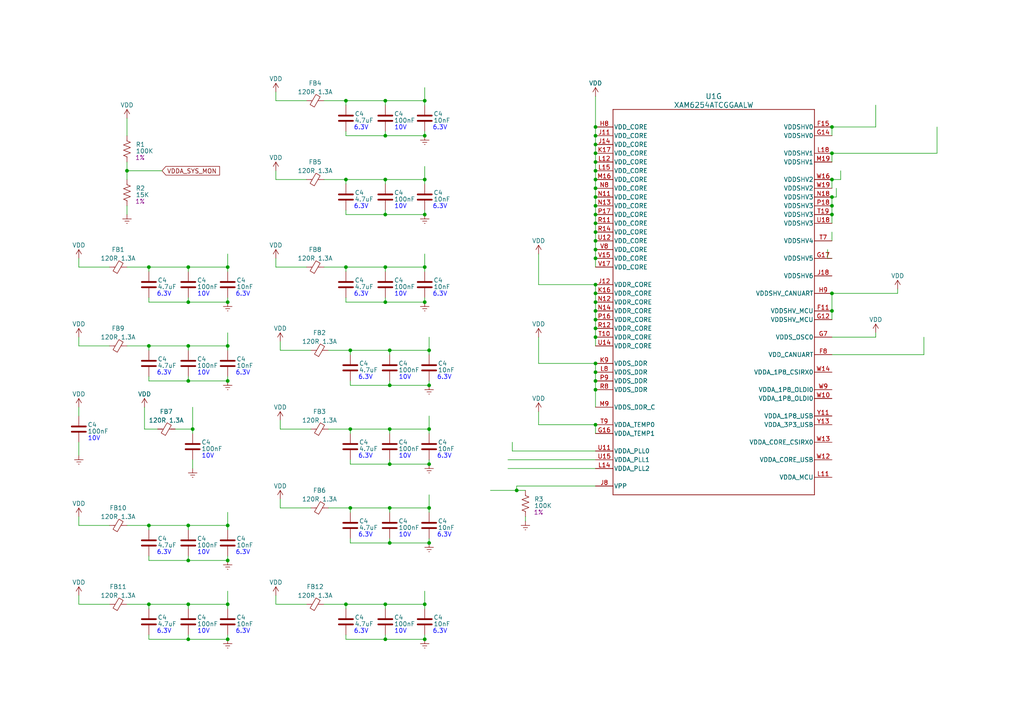
<source format=kicad_sch>
(kicad_sch (version 20230121) (generator eeschema)
  (paper "A4")
  (title_block (title "TI Ember AM62 SiP Concept") (date "2023-06-09") (rev "Rev 0") (company "Andrei Aldea - Texas Instruments"))
  (junction (at 172.72 87.63))
  (junction (at 172.72 97.79))
  (junction (at 172.72 44.45))
  (junction (at 172.72 110.49))
  (junction (at 172.72 46.99))
  (junction (at 172.72 41.91))
  (junction (at 54.61 87.63))
  (junction (at 124.46 147.32))
  (junction (at 172.72 123.19))
  (junction (at 54.61 110.49))
  (junction (at 172.72 105.41))
  (junction (at 111.76 87.63))
  (junction (at 123.19 175.26))
  (junction (at 241.3 59.69))
  (junction (at 100.33 175.26))
  (junction (at 172.72 113.03))
  (junction (at 66.04 77.47))
  (junction (at 172.72 90.17))
  (junction (at 54.61 77.47))
  (junction (at 241.3 90.17))
  (junction (at 124.46 111.76))
  (junction (at 123.19 87.63))
  (junction (at 111.76 175.26))
  (junction (at 172.72 85.09))
  (junction (at 123.19 62.23))
  (junction (at 66.04 162.56))
  (junction (at 43.18 175.26))
  (junction (at 241.3 57.15))
  (junction (at 36.83 49.53))
  (junction (at 124.46 157.48))
  (junction (at 124.46 124.46))
  (junction (at 241.3 36.83))
  (junction (at 66.04 175.26))
  (junction (at 241.3 85.09))
  (junction (at 172.72 36.83))
  (junction (at 172.72 59.69))
  (junction (at 241.3 62.23))
  (junction (at 111.76 62.23))
  (junction (at 172.72 92.71))
  (junction (at 149.86 142.24))
  (junction (at 66.04 87.63))
  (junction (at 54.61 175.26))
  (junction (at 172.72 39.37))
  (junction (at 241.3 52.07))
  (junction (at 172.72 54.61))
  (junction (at 172.72 82.55))
  (junction (at 123.19 29.21))
  (junction (at 111.76 52.07))
  (junction (at 54.61 162.56))
  (junction (at 43.18 152.4))
  (junction (at 111.76 29.21))
  (junction (at 101.6 101.6))
  (junction (at 113.03 157.48))
  (junction (at 123.19 39.37))
  (junction (at 241.3 44.45))
  (junction (at 55.88 124.46))
  (junction (at 172.72 107.95))
  (junction (at 43.18 77.47))
  (junction (at 172.72 72.39))
  (junction (at 54.61 152.4))
  (junction (at 172.72 64.77))
  (junction (at 101.6 147.32))
  (junction (at 123.19 52.07))
  (junction (at 43.18 100.33))
  (junction (at 113.03 147.32))
  (junction (at 172.72 62.23))
  (junction (at 113.03 101.6))
  (junction (at 172.72 69.85))
  (junction (at 172.72 57.15))
  (junction (at 111.76 185.42))
  (junction (at 172.72 74.93))
  (junction (at 100.33 77.47))
  (junction (at 100.33 29.21))
  (junction (at 113.03 124.46))
  (junction (at 124.46 101.6))
  (junction (at 172.72 95.25))
  (junction (at 124.46 134.62))
  (junction (at 54.61 100.33))
  (junction (at 101.6 124.46))
  (junction (at 172.72 52.07))
  (junction (at 66.04 110.49))
  (junction (at 66.04 100.33))
  (junction (at 172.72 67.31))
  (junction (at 123.19 185.42))
  (junction (at 66.04 152.4))
  (junction (at 54.61 185.42))
  (junction (at 66.04 185.42))
  (junction (at 111.76 77.47))
  (junction (at 113.03 111.76))
  (junction (at 123.19 77.47))
  (junction (at 113.03 134.62))
  (junction (at 100.33 52.07))
  (junction (at 111.76 39.37))
  (junction (at 172.72 49.53))
  (wire (pts (xy 149.86 142.24) (xy 149.86 140.97)))
  (wire (pts (xy 101.6 157.48) (xy 113.03 157.48)))
  (wire (pts (xy 172.72 123.19) (xy 172.72 125.73)))
  (wire (pts (xy 240.03 74.93) (xy 241.3 74.93)))
  (wire (pts (xy 36.83 175.26) (xy 43.18 175.26)))
  (wire (pts (xy 152.4 151.13) (xy 152.4 149.86)))
  (wire (pts (xy 41.91 118.11) (xy 41.91 124.46)))
  (wire (pts (xy 241.3 67.31) (xy 241.3 69.85)))
  (wire (pts (xy 54.61 77.47) (xy 54.61 78.74)))
  (wire (pts (xy 81.28 121.92) (xy 81.28 124.46)))
  (wire (pts (xy 241.3 57.15) (xy 241.3 59.69)))
  (wire (pts (xy 111.76 175.26) (xy 111.76 176.53)))
  (wire (pts (xy 54.61 152.4) (xy 66.04 152.4)))
  (wire (pts (xy 123.19 77.47) (xy 123.19 78.74)))
  (wire (pts (xy 242.57 54.61) (xy 242.57 57.15)))
  (wire (pts (xy 66.04 184.15) (xy 66.04 185.42)))
  (wire (pts (xy 123.19 38.1) (xy 123.19 39.37)))
  (wire (pts (xy 241.3 44.45) (xy 271.78 44.45)))
  (wire (pts (xy 124.46 124.46) (xy 124.46 125.73)))
  (wire (pts (xy 100.33 52.07) (xy 100.33 53.34)))
  (wire (pts (xy 111.76 185.42) (xy 123.19 185.42)))
  (wire (pts (xy 241.3 90.17) (xy 241.3 92.71)))
  (wire (pts (xy 149.86 142.24) (xy 152.4 142.24)))
  (wire (pts (xy 123.19 171.45) (xy 123.19 175.26)))
  (wire (pts (xy 66.04 73.66) (xy 66.04 77.47)))
  (wire (pts (xy 66.04 86.36) (xy 66.04 87.63)))
  (wire (pts (xy 123.19 175.26) (xy 123.19 176.53)))
  (wire (pts (xy 172.72 113.03) (xy 172.72 118.11)))
  (wire (pts (xy 172.72 62.23) (xy 172.72 64.77)))
  (wire (pts (xy 31.75 77.47) (xy 22.86 77.47)))
  (wire (pts (xy 240.03 72.39) (xy 240.03 74.93)))
  (wire (pts (xy 54.61 175.26) (xy 66.04 175.26)))
  (wire (pts (xy 172.72 87.63) (xy 172.72 90.17)))
  (wire (pts (xy 172.72 85.09) (xy 172.72 87.63)))
  (wire (pts (xy 80.01 74.93) (xy 80.01 77.47)))
  (wire (pts (xy 113.03 147.32) (xy 113.03 148.59)))
  (wire (pts (xy 172.72 44.45) (xy 172.72 46.99)))
  (wire (pts (xy 54.61 100.33) (xy 66.04 100.33)))
  (wire (pts (xy 101.6 124.46) (xy 101.6 125.73)))
  (wire (pts (xy 22.86 149.86) (xy 22.86 152.4)))
  (wire (pts (xy 111.76 77.47) (xy 111.76 78.74)))
  (wire (pts (xy 54.61 184.15) (xy 54.61 185.42)))
  (wire (pts (xy 54.61 100.33) (xy 54.61 101.6)))
  (wire (pts (xy 113.03 110.49) (xy 113.03 111.76)))
  (wire (pts (xy 113.03 133.35) (xy 113.03 134.62)))
  (wire (pts (xy 100.33 86.36) (xy 100.33 87.63)))
  (wire (pts (xy 54.61 185.42) (xy 66.04 185.42)))
  (wire (pts (xy 172.72 41.91) (xy 172.72 44.45)))
  (wire (pts (xy 101.6 133.35) (xy 101.6 134.62)))
  (wire (pts (xy 22.86 172.72) (xy 22.86 175.26)))
  (wire (pts (xy 100.33 87.63) (xy 111.76 87.63)))
  (wire (pts (xy 156.21 73.66) (xy 156.21 82.55)))
  (wire (pts (xy 172.72 90.17) (xy 172.72 92.71)))
  (wire (pts (xy 22.86 97.79) (xy 22.86 100.33)))
  (wire (pts (xy 113.03 147.32) (xy 124.46 147.32)))
  (wire (pts (xy 113.03 156.21) (xy 113.03 157.48)))
  (wire (pts (xy 43.18 161.29) (xy 43.18 162.56)))
  (wire (pts (xy 54.61 110.49) (xy 66.04 110.49)))
  (wire (pts (xy 66.04 96.52) (xy 66.04 100.33)))
  (wire (pts (xy 254 96.52) (xy 254 97.79)))
  (wire (pts (xy 113.03 134.62) (xy 124.46 134.62)))
  (wire (pts (xy 66.04 148.59) (xy 66.04 152.4)))
  (wire (pts (xy 241.3 52.07) (xy 241.3 54.61)))
  (wire (pts (xy 54.61 152.4) (xy 54.61 153.67)))
  (wire (pts (xy 172.72 123.19) (xy 156.21 123.19)))
  (wire (pts (xy 54.61 87.63) (xy 66.04 87.63)))
  (wire (pts (xy 111.76 39.37) (xy 123.19 39.37)))
  (wire (pts (xy 88.9 52.07) (xy 80.01 52.07)))
  (wire (pts (xy 81.28 99.06) (xy 81.28 101.6)))
  (wire (pts (xy 55.88 118.11) (xy 55.88 124.46)))
  (wire (pts (xy 31.75 152.4) (xy 22.86 152.4)))
  (wire (pts (xy 254 30.48) (xy 254 36.83)))
  (wire (pts (xy 31.75 100.33) (xy 22.86 100.33)))
  (wire (pts (xy 172.72 130.81) (xy 148.59 130.81)))
  (wire (pts (xy 113.03 111.76) (xy 124.46 111.76)))
  (wire (pts (xy 124.46 156.21) (xy 124.46 157.48)))
  (wire (pts (xy 241.3 85.09) (xy 260.35 85.09)))
  (wire (pts (xy 36.83 62.23) (xy 36.83 59.69)))
  (wire (pts (xy 100.33 77.47) (xy 111.76 77.47)))
  (wire (pts (xy 43.18 110.49) (xy 54.61 110.49)))
  (wire (pts (xy 93.98 29.21) (xy 100.33 29.21)))
  (wire (pts (xy 43.18 77.47) (xy 54.61 77.47)))
  (wire (pts (xy 241.3 36.83) (xy 241.3 39.37)))
  (wire (pts (xy 101.6 147.32) (xy 101.6 148.59)))
  (wire (pts (xy 124.46 110.49) (xy 124.46 111.76)))
  (wire (pts (xy 111.76 77.47) (xy 123.19 77.47)))
  (wire (pts (xy 124.46 143.51) (xy 124.46 147.32)))
  (wire (pts (xy 172.72 82.55) (xy 156.21 82.55)))
  (wire (pts (xy 241.3 85.09) (xy 241.3 90.17)))
  (wire (pts (xy 66.04 109.22) (xy 66.04 110.49)))
  (wire (pts (xy 36.83 46.99) (xy 36.83 49.53)))
  (wire (pts (xy 172.72 59.69) (xy 172.72 62.23)))
  (wire (pts (xy 100.33 29.21) (xy 100.33 30.48)))
  (wire (pts (xy 172.72 69.85) (xy 172.72 72.39)))
  (wire (pts (xy 36.83 77.47) (xy 43.18 77.47)))
  (wire (pts (xy 172.72 46.99) (xy 172.72 49.53)))
  (wire (pts (xy 172.72 39.37) (xy 172.72 41.91)))
  (wire (pts (xy 45.72 124.46) (xy 41.91 124.46)))
  (wire (pts (xy 100.33 185.42) (xy 111.76 185.42)))
  (wire (pts (xy 36.83 49.53) (xy 46.99 49.53)))
  (wire (pts (xy 100.33 184.15) (xy 100.33 185.42)))
  (wire (pts (xy 36.83 100.33) (xy 43.18 100.33)))
  (wire (pts (xy 111.76 87.63) (xy 123.19 87.63)))
  (wire (pts (xy 101.6 111.76) (xy 113.03 111.76)))
  (wire (pts (xy 43.18 175.26) (xy 43.18 176.53)))
  (wire (pts (xy 123.19 29.21) (xy 123.19 30.48)))
  (wire (pts (xy 124.46 97.79) (xy 124.46 101.6)))
  (wire (pts (xy 124.46 147.32) (xy 124.46 148.59)))
  (wire (pts (xy 111.76 29.21) (xy 111.76 30.48)))
  (wire (pts (xy 66.04 171.45) (xy 66.04 175.26)))
  (wire (pts (xy 172.72 54.61) (xy 172.72 57.15)))
  (wire (pts (xy 66.04 77.47) (xy 66.04 78.74)))
  (wire (pts (xy 124.46 133.35) (xy 124.46 134.62)))
  (wire (pts (xy 243.84 52.07) (xy 241.3 52.07)))
  (wire (pts (xy 111.76 52.07) (xy 123.19 52.07)))
  (wire (pts (xy 113.03 157.48) (xy 124.46 157.48)))
  (wire (pts (xy 80.01 26.67) (xy 80.01 29.21)))
  (wire (pts (xy 123.19 73.66) (xy 123.19 77.47)))
  (wire (pts (xy 22.86 74.93) (xy 22.86 77.47)))
  (wire (pts (xy 147.32 133.35) (xy 172.72 133.35)))
  (wire (pts (xy 66.04 175.26) (xy 66.04 176.53)))
  (wire (pts (xy 54.61 86.36) (xy 54.61 87.63)))
  (wire (pts (xy 241.3 36.83) (xy 254 36.83)))
  (wire (pts (xy 111.76 38.1) (xy 111.76 39.37)))
  (wire (pts (xy 123.19 60.96) (xy 123.19 62.23)))
  (wire (pts (xy 43.18 100.33) (xy 43.18 101.6)))
  (wire (pts (xy 93.98 52.07) (xy 100.33 52.07)))
  (wire (pts (xy 22.86 118.11) (xy 22.86 120.65)))
  (wire (pts (xy 81.28 144.78) (xy 81.28 147.32)))
  (wire (pts (xy 172.72 27.94) (xy 172.72 36.83)))
  (wire (pts (xy 149.86 140.97) (xy 172.72 140.97)))
  (wire (pts (xy 113.03 101.6) (xy 124.46 101.6)))
  (wire (pts (xy 54.61 109.22) (xy 54.61 110.49)))
  (wire (pts (xy 172.72 67.31) (xy 172.72 69.85)))
  (wire (pts (xy 54.61 77.47) (xy 66.04 77.47)))
  (wire (pts (xy 142.24 142.24) (xy 149.86 142.24)))
  (wire (pts (xy 50.8 124.46) (xy 55.88 124.46)))
  (wire (pts (xy 123.19 48.26) (xy 123.19 52.07)))
  (wire (pts (xy 113.03 101.6) (xy 113.03 102.87)))
  (wire (pts (xy 124.46 101.6) (xy 124.46 102.87)))
  (wire (pts (xy 260.35 83.82) (xy 260.35 85.09)))
  (wire (pts (xy 111.76 175.26) (xy 123.19 175.26)))
  (wire (pts (xy 43.18 77.47) (xy 43.18 78.74)))
  (wire (pts (xy 172.72 52.07) (xy 172.72 54.61)))
  (wire (pts (xy 43.18 162.56) (xy 54.61 162.56)))
  (wire (pts (xy 111.76 60.96) (xy 111.76 62.23)))
  (wire (pts (xy 101.6 124.46) (xy 113.03 124.46)))
  (wire (pts (xy 43.18 185.42) (xy 54.61 185.42)))
  (wire (pts (xy 111.76 184.15) (xy 111.76 185.42)))
  (wire (pts (xy 43.18 86.36) (xy 43.18 87.63)))
  (wire (pts (xy 123.19 86.36) (xy 123.19 87.63)))
  (wire (pts (xy 172.72 105.41) (xy 172.72 107.95)))
  (wire (pts (xy 172.72 49.53) (xy 172.72 52.07)))
  (wire (pts (xy 100.33 77.47) (xy 100.33 78.74)))
  (wire (pts (xy 43.18 100.33) (xy 54.61 100.33)))
  (wire (pts (xy 172.72 95.25) (xy 172.72 97.79)))
  (wire (pts (xy 54.61 161.29) (xy 54.61 162.56)))
  (wire (pts (xy 123.19 52.07) (xy 123.19 53.34)))
  (wire (pts (xy 172.72 74.93) (xy 172.72 77.47)))
  (wire (pts (xy 172.72 64.77) (xy 172.72 67.31)))
  (wire (pts (xy 242.57 57.15) (xy 241.3 57.15)))
  (wire (pts (xy 90.17 124.46) (xy 81.28 124.46)))
  (wire (pts (xy 88.9 77.47) (xy 80.01 77.47)))
  (wire (pts (xy 95.25 147.32) (xy 101.6 147.32)))
  (wire (pts (xy 66.04 161.29) (xy 66.04 162.56)))
  (wire (pts (xy 101.6 134.62) (xy 113.03 134.62)))
  (wire (pts (xy 100.33 62.23) (xy 111.76 62.23)))
  (wire (pts (xy 101.6 101.6) (xy 101.6 102.87)))
  (wire (pts (xy 88.9 29.21) (xy 80.01 29.21)))
  (wire (pts (xy 43.18 109.22) (xy 43.18 110.49)))
  (wire (pts (xy 90.17 147.32) (xy 81.28 147.32)))
  (wire (pts (xy 111.76 52.07) (xy 111.76 53.34)))
  (wire (pts (xy 113.03 124.46) (xy 113.03 125.73)))
  (wire (pts (xy 88.9 175.26) (xy 80.01 175.26)))
  (wire (pts (xy 101.6 110.49) (xy 101.6 111.76)))
  (wire (pts (xy 111.76 29.21) (xy 123.19 29.21)))
  (wire (pts (xy 36.83 34.29) (xy 36.83 39.37)))
  (wire (pts (xy 241.3 44.45) (xy 241.3 46.99)))
  (wire (pts (xy 156.21 119.38) (xy 156.21 123.19)))
  (wire (pts (xy 241.3 102.87) (xy 267.97 102.87)))
  (wire (pts (xy 101.6 147.32) (xy 113.03 147.32)))
  (wire (pts (xy 22.86 128.27) (xy 22.86 132.08)))
  (wire (pts (xy 111.76 62.23) (xy 123.19 62.23)))
  (wire (pts (xy 66.04 100.33) (xy 66.04 101.6)))
  (wire (pts (xy 90.17 101.6) (xy 81.28 101.6)))
  (wire (pts (xy 172.72 110.49) (xy 172.72 113.03)))
  (wire (pts (xy 36.83 49.53) (xy 36.83 52.07)))
  (wire (pts (xy 101.6 156.21) (xy 101.6 157.48)))
  (wire (pts (xy 172.72 82.55) (xy 172.72 85.09)))
  (wire (pts (xy 241.3 97.79) (xy 254 97.79)))
  (wire (pts (xy 93.98 77.47) (xy 100.33 77.47)))
  (wire (pts (xy 31.75 175.26) (xy 22.86 175.26)))
  (wire (pts (xy 241.3 62.23) (xy 241.3 64.77)))
  (wire (pts (xy 271.78 36.83) (xy 271.78 44.45)))
  (wire (pts (xy 147.32 135.89) (xy 172.72 135.89)))
  (wire (pts (xy 43.18 175.26) (xy 54.61 175.26)))
  (wire (pts (xy 241.3 59.69) (xy 241.3 62.23)))
  (wire (pts (xy 95.25 101.6) (xy 101.6 101.6)))
  (wire (pts (xy 100.33 52.07) (xy 111.76 52.07)))
  (wire (pts (xy 172.72 105.41) (xy 156.21 105.41)))
  (wire (pts (xy 172.72 107.95) (xy 172.72 110.49)))
  (wire (pts (xy 124.46 120.65) (xy 124.46 124.46)))
  (wire (pts (xy 243.84 49.53) (xy 243.84 52.07)))
  (wire (pts (xy 123.19 184.15) (xy 123.19 185.42)))
  (wire (pts (xy 100.33 39.37) (xy 111.76 39.37)))
  (wire (pts (xy 111.76 86.36) (xy 111.76 87.63)))
  (wire (pts (xy 100.33 175.26) (xy 111.76 175.26)))
  (wire (pts (xy 172.72 36.83) (xy 172.72 39.37)))
  (wire (pts (xy 113.03 124.46) (xy 124.46 124.46)))
  (wire (pts (xy 36.83 152.4) (xy 43.18 152.4)))
  (wire (pts (xy 101.6 101.6) (xy 113.03 101.6)))
  (wire (pts (xy 100.33 38.1) (xy 100.33 39.37)))
  (wire (pts (xy 172.72 57.15) (xy 172.72 59.69)))
  (wire (pts (xy 95.25 124.46) (xy 101.6 124.46)))
  (wire (pts (xy 54.61 175.26) (xy 54.61 176.53)))
  (wire (pts (xy 66.04 152.4) (xy 66.04 153.67)))
  (wire (pts (xy 43.18 184.15) (xy 43.18 185.42)))
  (wire (pts (xy 93.98 175.26) (xy 100.33 175.26)))
  (wire (pts (xy 172.72 97.79) (xy 172.72 100.33)))
  (wire (pts (xy 172.72 72.39) (xy 172.72 74.93)))
  (wire (pts (xy 80.01 172.72) (xy 80.01 175.26)))
  (wire (pts (xy 156.21 97.79) (xy 156.21 105.41)))
  (wire (pts (xy 100.33 175.26) (xy 100.33 176.53)))
  (wire (pts (xy 148.59 128.27) (xy 148.59 130.81)))
  (wire (pts (xy 43.18 87.63) (xy 54.61 87.63)))
  (wire (pts (xy 100.33 29.21) (xy 111.76 29.21)))
  (wire (pts (xy 80.01 49.53) (xy 80.01 52.07)))
  (wire (pts (xy 43.18 152.4) (xy 43.18 153.67)))
  (wire (pts (xy 172.72 92.71) (xy 172.72 95.25)))
  (wire (pts (xy 123.19 25.4) (xy 123.19 29.21)))
  (wire (pts (xy 54.61 162.56) (xy 66.04 162.56)))
  (wire (pts (xy 43.18 152.4) (xy 54.61 152.4)))
  (wire (pts (xy 55.88 124.46) (xy 55.88 125.73)))
  (wire (pts (xy 100.33 60.96) (xy 100.33 62.23)))
  (wire (pts (xy 55.88 133.35) (xy 55.88 135.89)))
  (wire (pts (xy 267.97 97.79) (xy 267.97 102.87)))
  (global_label "VDDA_SYS_MON" (shape input) (at 46.99 49.53 0) (property "Intersheetrefs" "${INTERSHEET_REFS}" (effects hide)))
  (symbol (lib_id "Device:C") (at 43.18 157.48 0) (unit 1)
    (property "Reference" "C4" (at 45.72 156.21 0) (effects (justify left)))
    (property "Value" "4.7uF" (at 45.72 158.115 0) (effects (justify left)))
    (property "Footprint" "Capacitor_SMD:C_0402_1005Metric" (effects hide))
    (property "V Tol" "6.3V" (at 47.6123 160.0231 0))
    (instances (project "TI Ember" (path "" (reference "C4") (unit 1)) (path "" (reference "C1") (unit 1)) (path "" (reference "C33") (unit 1)) (path "" (reference "C130") (unit 1))))
  )
  (symbol (lib_id "power:GNDREF") (at 152.4 151.13 0) (unit 1)
    (property "Reference" "#PWR024" (effects hide))
    (property "Value" "GNDREF" (effects hide))
  )
  (symbol (lib_id "Device:C") (at 123.19 57.15 0) (unit 1)
    (property "Reference" "C4" (at 125.73 55.88 0) (effects (justify left)))
    (property "Value" "10nF" (at 125.73 57.785 0) (effects (justify left)))
    (property "Footprint" "Capacitor_SMD:C_0402_1005Metric" (effects hide))
    (property "V Tol" "6.3V" (at 127.6223 59.6931 0))
    (instances (project "TI Ember" (path "" (reference "C4") (unit 1)) (path "" (reference "C1") (unit 1)) (path "" (reference "C34") (unit 1)) (path "" (reference "C121") (unit 1))))
  )
  (symbol (lib_id "power:GNDREF") (at 36.83 62.23 0) (unit 1)
    (property "Reference" "#PWR018" (effects hide))
    (property "Value" "GNDREF" (effects hide))
  )
  (symbol (lib_id "Device:C") (at 111.76 180.34 0) (unit 1)
    (property "Reference" "C4" (at 114.3 179.07 0) (effects (justify left)))
    (property "Value" "100nF" (at 114.3 180.975 0) (effects (justify left)))
    (property "Footprint" "Capacitor_SMD:C_0201_0603Metric" (effects hide))
    (property "V Tol" "10V" (at 116.1923 182.8831 0))
    (instances (project "TI Ember" (path "" (reference "C4") (unit 1)) (path "" (reference "C1") (unit 1)) (path "" (reference "C30") (unit 1)) (path "" (reference "C135") (unit 1))))
  )
  (symbol (lib_id "TIEmber:XAM6254ATCGGAALW") (at 172.72 36.83 0) (unit 7)
    (property "Reference" "U1" (at 207.01 27.94 0) (effects (font (size 1.524 1.524))))
    (property "Value" "XAM6254ATCGGAALW" (at 207.01 30.48 0) (effects (font (size 1.524 1.524))))
    (property "Footprint" "ALW0425A-MFG" (effects hide))
    (property "Datasheet" "XAM6254ATCGGAALW" (effects hide))
  )
  (symbol (lib_id "power:GNDREF") (at 124.46 157.48 0) (unit 1)
    (property "Reference" "#PWR084" (effects hide))
    (property "Value" "GNDREF" (effects hide))
  )
  (symbol (lib_id "Device:FerriteBead_Small") (at 91.44 175.26 90) (unit 1)
    (property "Reference" "FB12" (at 91.4019 170.18 90))
    (property "Value" "120R 1.3A" (at 91.4019 172.72 90))
    (property "Footprint" "Resistor_SMD:R_0402_1005Metric" (effects hide))
  )
  (symbol (lib_id "power:GNDREF") (at 66.04 162.56 0) (unit 1)
    (property "Reference" "#PWR094" (effects hide))
    (property "Value" "GNDREF" (effects hide))
  )
  (symbol (lib_id "Device:C") (at 100.33 34.29 0) (unit 1)
    (property "Reference" "C4" (at 102.87 33.02 0) (effects (justify left)))
    (property "Value" "4.7uF" (at 102.87 34.925 0) (effects (justify left)))
    (property "Footprint" "Capacitor_SMD:C_0402_1005Metric" (effects hide))
    (property "V Tol" "6.3V" (at 104.7623 36.8331 0))
    (instances (project "TI Ember" (path "" (reference "C4") (unit 1)) (path "" (reference "C1") (unit 1)) (path "" (reference "C33") (unit 1)) (path "" (reference "C116") (unit 1))))
  )
  (symbol (lib_id "TIEmber:VDD_1V2") (at 156.21 97.79 0) (unit 1)
    (property "Reference" "#PWR022" (effects hide))
    (property "Value" "VDD_1V2" (at 156.21 93.98 0))
  )
  (symbol (lib_id "Device:C") (at 54.61 105.41 0) (unit 1)
    (property "Reference" "C4" (at 57.15 104.14 0) (effects (justify left)))
    (property "Value" "100nF" (at 57.15 106.045 0) (effects (justify left)))
    (property "Footprint" "Capacitor_SMD:C_0201_0603Metric" (effects hide))
    (property "V Tol" "10V" (at 59.0423 107.9531 0))
    (instances (project "TI Ember" (path "" (reference "C4") (unit 1)) (path "" (reference "C1") (unit 1)) (path "" (reference "C30") (unit 1)) (path "" (reference "C108") (unit 1))))
  )
  (symbol (lib_id "TIEmber:VDDA_0V85") (at 156.21 73.66 0) (unit 1)
    (property "Reference" "#PWR021" (effects hide))
    (property "Value" "VDDA_0V85" (at 156.21 69.85 0))
  )
  (symbol (lib_id "Device:C") (at 100.33 180.34 0) (unit 1)
    (property "Reference" "C4" (at 102.87 179.07 0) (effects (justify left)))
    (property "Value" "4.7uF" (at 102.87 180.975 0) (effects (justify left)))
    (property "Footprint" "Capacitor_SMD:C_0402_1005Metric" (effects hide))
    (property "V Tol" "6.3V" (at 104.7623 182.8831 0))
    (instances (project "TI Ember" (path "" (reference "C4") (unit 1)) (path "" (reference "C1") (unit 1)) (path "" (reference "C33") (unit 1)) (path "" (reference "C132") (unit 1))))
  )
  (symbol (lib_id "Device:FerriteBead_Small") (at 91.44 52.07 90) (unit 1)
    (property "Reference" "FB5" (at 91.4019 46.99 90))
    (property "Value" "120R 1.3A" (at 91.4019 49.53 90))
    (property "Footprint" "Resistor_SMD:R_0402_1005Metric" (effects hide))
  )
  (symbol (lib_id "Device:C") (at 100.33 57.15 0) (unit 1)
    (property "Reference" "C4" (at 102.87 55.88 0) (effects (justify left)))
    (property "Value" "4.7uF" (at 102.87 57.785 0) (effects (justify left)))
    (property "Footprint" "Capacitor_SMD:C_0402_1005Metric" (effects hide))
    (property "V Tol" "6.3V" (at 104.7623 59.6931 0))
    (instances (project "TI Ember" (path "" (reference "C4") (unit 1)) (path "" (reference "C1") (unit 1)) (path "" (reference "C33") (unit 1)) (path "" (reference "C117") (unit 1))))
  )
  (symbol (lib_id "Device:R_US") (at 36.83 43.18 0) (unit 1)
    (property "Reference" "R1" (at 39.37 41.91 0) (effects (justify left)))
    (property "Value" "100K" (at 39.37 43.815 0) (effects (justify left)))
    (property "Footprint" "Resistor_SMD:R_0402_1005Metric" (effects hide))
    (property "Tolerance" "1%" (at 40.64 45.72 0))
  )
  (symbol (lib_id "Device:C") (at 54.61 157.48 0) (unit 1)
    (property "Reference" "C4" (at 57.15 156.21 0) (effects (justify left)))
    (property "Value" "100nF" (at 57.15 158.115 0) (effects (justify left)))
    (property "Footprint" "Capacitor_SMD:C_0201_0603Metric" (effects hide))
    (property "V Tol" "10V" (at 59.0423 160.0231 0))
    (instances (project "TI Ember" (path "" (reference "C4") (unit 1)) (path "" (reference "C1") (unit 1)) (path "" (reference "C30") (unit 1)) (path "" (reference "C133") (unit 1))))
  )
  (symbol (lib_id "Device:C") (at 66.04 82.55 0) (unit 1)
    (property "Reference" "C4" (at 68.58 81.28 0) (effects (justify left)))
    (property "Value" "10nF" (at 68.58 83.185 0) (effects (justify left)))
    (property "Footprint" "Capacitor_SMD:C_0402_1005Metric" (effects hide))
    (property "V Tol" "6.3V" (at 70.4723 85.0931 0))
    (instances (project "TI Ember" (path "" (reference "C4") (unit 1)) (path "" (reference "C1") (unit 1)) (path "" (reference "C34") (unit 1)) (path "" (reference "C104") (unit 1))))
  )
  (symbol (lib_id "Device:C") (at 111.76 82.55 0) (unit 1)
    (property "Reference" "C4" (at 114.3 81.28 0) (effects (justify left)))
    (property "Value" "100nF" (at 114.3 83.185 0) (effects (justify left)))
    (property "Footprint" "Capacitor_SMD:C_0201_0603Metric" (effects hide))
    (property "V Tol" "10V" (at 116.1923 85.0931 0))
    (instances (project "TI Ember" (path "" (reference "C4") (unit 1)) (path "" (reference "C1") (unit 1)) (path "" (reference "C30") (unit 1)) (path "" (reference "C128") (unit 1))))
  )
  (symbol (lib_id "Device:C") (at 101.6 129.54 0) (unit 1)
    (property "Reference" "C4" (at 104.14 128.27 0) (effects (justify left)))
    (property "Value" "4.7uF" (at 104.14 130.175 0) (effects (justify left)))
    (property "Footprint" "Capacitor_SMD:C_0402_1005Metric" (effects hide))
    (property "V Tol" "6.3V" (at 106.0323 132.0831 0))
    (instances (project "TI Ember" (path "" (reference "C4") (unit 1)) (path "" (reference "C1") (unit 1)) (path "" (reference "C33") (unit 1)) (path "" (reference "C111") (unit 1))))
  )
  (symbol (lib_id "Device:FerriteBead_Small") (at 34.29 175.26 90) (unit 1)
    (property "Reference" "FB11" (at 34.2519 170.18 90))
    (property "Value" "120R 1.3A" (at 34.2519 172.72 90))
    (property "Footprint" "Resistor_SMD:R_0402_1005Metric" (effects hide))
  )
  (symbol (lib_id "power:GNDREF") (at 55.88 135.89 0) (unit 1)
    (property "Reference" "#PWR087" (effects hide))
    (property "Value" "GNDREF" (effects hide))
  )
  (symbol (lib_id "Device:FerriteBead_Small") (at 92.71 124.46 90) (unit 1)
    (property "Reference" "FB3" (at 92.6719 119.38 90))
    (property "Value" "120R 1.3A" (at 92.6719 121.92 90))
    (property "Footprint" "Resistor_SMD:R_0402_1005Metric" (effects hide))
  )
  (symbol (lib_id "TIEmber:VDDA_1V8") (at 22.86 97.79 0) (unit 1)
    (property "Reference" "#PWR073" (effects hide))
    (property "Value" "VDDA_1V8" (at 22.86 93.98 0))
  )
  (symbol (lib_id "TIEmber:VDD_CORE") (at 22.86 172.72 0) (unit 1)
    (property "Reference" "#PWR092" (effects hide))
    (property "Value" "VDD_CORE" (at 22.86 168.91 0))
  )
  (symbol (lib_id "Device:C") (at 43.18 105.41 0) (unit 1)
    (property "Reference" "C4" (at 45.72 104.14 0) (effects (justify left)))
    (property "Value" "4.7uF" (at 45.72 106.045 0) (effects (justify left)))
    (property "Footprint" "Capacitor_SMD:C_0402_1005Metric" (effects hide))
    (property "V Tol" "6.3V" (at 47.6123 107.9531 0))
    (instances (project "TI Ember" (path "" (reference "C4") (unit 1)) (path "" (reference "C1") (unit 1)) (path "" (reference "C33") (unit 1)) (path "" (reference "C107") (unit 1))))
  )
  (symbol (lib_id "Device:FerriteBead_Small") (at 92.71 147.32 90) (unit 1)
    (property "Reference" "FB6" (at 92.6719 142.24 90))
    (property "Value" "120R 1.3A" (at 92.6719 144.78 90))
    (property "Footprint" "Resistor_SMD:R_0402_1005Metric" (effects hide))
  )
  (symbol (lib_id "power:GNDREF") (at 123.19 185.42 0) (unit 1)
    (property "Reference" "#PWR096" (effects hide))
    (property "Value" "GNDREF" (effects hide))
  )
  (symbol (lib_id "TIEmber:VDDA_1V8") (at 80.01 74.93 0) (unit 1)
    (property "Reference" "#PWR089" (effects hide))
    (property "Value" "VDDA_1V8" (at 80.01 71.12 0))
  )
  (symbol (lib_id "TIEmber:VDDA_1V8") (at 41.91 118.11 0) (unit 1)
    (property "Reference" "#PWR088" (effects hide))
    (property "Value" "VDDA_1V8" (at 41.91 114.3 0))
  )
  (symbol (lib_id "power:GNDREF") (at 22.86 132.08 0) (unit 1)
    (property "Reference" "#PWR086" (effects hide))
    (property "Value" "GNDREF" (effects hide))
  )
  (symbol (lib_id "Device:FerriteBead_Small") (at 91.44 29.21 90) (unit 1)
    (property "Reference" "FB4" (at 91.4019 24.13 90))
    (property "Value" "120R 1.3A" (at 91.4019 26.67 90))
    (property "Footprint" "Resistor_SMD:R_0402_1005Metric" (effects hide))
  )
  (symbol (lib_id "Device:FerriteBead_Small") (at 48.26 124.46 90) (unit 1)
    (property "Reference" "FB7" (at 48.2219 119.38 90))
    (property "Value" "120R 1.3A" (at 48.2219 121.92 90))
    (property "Footprint" "Resistor_SMD:R_0402_1005Metric" (effects hide))
  )
  (symbol (lib_id "TIEmber:VDDA_1V8") (at 22.86 74.93 0) (unit 1)
    (property "Reference" "#PWR072" (effects hide))
    (property "Value" "VDDA_1V8" (at 22.86 71.12 0))
  )
  (symbol (lib_id "power:GNDREF") (at 66.04 110.49 0) (unit 1)
    (property "Reference" "#PWR074" (effects hide))
    (property "Value" "GNDREF" (effects hide))
  )
  (symbol (lib_id "Device:C") (at 113.03 106.68 0) (unit 1)
    (property "Reference" "C4" (at 115.57 105.41 0) (effects (justify left)))
    (property "Value" "100nF" (at 115.57 107.315 0) (effects (justify left)))
    (property "Footprint" "Capacitor_SMD:C_0201_0603Metric" (effects hide))
    (property "V Tol" "10V" (at 117.4623 109.2231 0))
    (instances (project "TI Ember" (path "" (reference "C4") (unit 1)) (path "" (reference "C1") (unit 1)) (path "" (reference "C30") (unit 1)) (path "" (reference "C112") (unit 1))))
  )
  (symbol (lib_id "Device:C") (at 123.19 82.55 0) (unit 1)
    (property "Reference" "C4" (at 125.73 81.28 0) (effects (justify left)))
    (property "Value" "10nF" (at 125.73 83.185 0) (effects (justify left)))
    (property "Footprint" "Capacitor_SMD:C_0402_1005Metric" (effects hide))
    (property "V Tol" "6.3V" (at 127.6223 85.0931 0))
    (instances (project "TI Ember" (path "" (reference "C4") (unit 1)) (path "" (reference "C1") (unit 1)) (path "" (reference "C34") (unit 1)) (path "" (reference "C129") (unit 1))))
  )
  (symbol (lib_id "power:GNDREF") (at 123.19 87.63 0) (unit 1)
    (property "Reference" "#PWR090" (effects hide))
    (property "Value" "GNDREF" (effects hide))
  )
  (symbol (lib_id "Device:C") (at 111.76 34.29 0) (unit 1)
    (property "Reference" "C4" (at 114.3 33.02 0) (effects (justify left)))
    (property "Value" "100nF" (at 114.3 34.925 0) (effects (justify left)))
    (property "Footprint" "Capacitor_SMD:C_0201_0603Metric" (effects hide))
    (property "V Tol" "10V" (at 116.1923 36.8331 0))
    (instances (project "TI Ember" (path "" (reference "C4") (unit 1)) (path "" (reference "C1") (unit 1)) (path "" (reference "C30") (unit 1)) (path "" (reference "C118") (unit 1))))
  )
  (symbol (lib_id "Device:C") (at 55.88 129.54 0) (unit 1)
    (property "Reference" "C4" (at 58.42 128.27 0) (effects (justify left)))
    (property "Value" "100nF" (at 58.42 130.175 0) (effects (justify left)))
    (property "Footprint" "Capacitor_SMD:C_0201_0603Metric" (effects hide))
    (property "V Tol" "10V" (at 60.3123 132.0831 0))
    (instances (project "TI Ember" (path "" (reference "C4") (unit 1)) (path "" (reference "C1") (unit 1)) (path "" (reference "C30") (unit 1)) (path "" (reference "C126") (unit 1))))
  )
  (symbol (lib_id "Device:C") (at 113.03 152.4 0) (unit 1)
    (property "Reference" "C4" (at 115.57 151.13 0) (effects (justify left)))
    (property "Value" "100nF" (at 115.57 153.035 0) (effects (justify left)))
    (property "Footprint" "Capacitor_SMD:C_0201_0603Metric" (effects hide))
    (property "V Tol" "10V" (at 117.4623 154.9431 0))
    (instances (project "TI Ember" (path "" (reference "C4") (unit 1)) (path "" (reference "C1") (unit 1)) (path "" (reference "C30") (unit 1)) (path "" (reference "C123") (unit 1))))
  )
  (symbol (lib_id "Device:C") (at 101.6 152.4 0) (unit 1)
    (property "Reference" "C4" (at 104.14 151.13 0) (effects (justify left)))
    (property "Value" "4.7uF" (at 104.14 153.035 0) (effects (justify left)))
    (property "Footprint" "Capacitor_SMD:C_0402_1005Metric" (effects hide))
    (property "V Tol" "6.3V" (at 106.0323 154.9431 0))
    (instances (project "TI Ember" (path "" (reference "C4") (unit 1)) (path "" (reference "C1") (unit 1)) (path "" (reference "C33") (unit 1)) (path "" (reference "C122") (unit 1))))
  )
  (symbol (lib_id "power:GNDREF") (at 66.04 185.42 0) (unit 1)
    (property "Reference" "#PWR095" (effects hide))
    (property "Value" "GNDREF" (effects hide))
  )
  (symbol (lib_id "Device:C") (at 113.03 129.54 0) (unit 1)
    (property "Reference" "C4" (at 115.57 128.27 0) (effects (justify left)))
    (property "Value" "100nF" (at 115.57 130.175 0) (effects (justify left)))
    (property "Footprint" "Capacitor_SMD:C_0201_0603Metric" (effects hide))
    (property "V Tol" "10V" (at 117.4623 132.0831 0))
    (instances (project "TI Ember" (path "" (reference "C4") (unit 1)) (path "" (reference "C1") (unit 1)) (path "" (reference "C30") (unit 1)) (path "" (reference "C113") (unit 1))))
  )
  (symbol (lib_id "TIEmber:VDD_3V3") (at 260.35 83.82 0) (unit 1)
    (property "Reference" "#PWR025" (effects hide))
    (property "Value" "VDD_3V3" (at 260.35 80.01 0))
  )
  (symbol (lib_id "Device:C") (at 54.61 180.34 0) (unit 1)
    (property "Reference" "C4" (at 57.15 179.07 0) (effects (justify left)))
    (property "Value" "100nF" (at 57.15 180.975 0) (effects (justify left)))
    (property "Footprint" "Capacitor_SMD:C_0201_0603Metric" (effects hide))
    (property "V Tol" "10V" (at 59.0423 182.8831 0))
    (instances (project "TI Ember" (path "" (reference "C4") (unit 1)) (path "" (reference "C1") (unit 1)) (path "" (reference "C30") (unit 1)) (path "" (reference "C134") (unit 1))))
  )
  (symbol (lib_id "Device:C") (at 54.61 82.55 0) (unit 1)
    (property "Reference" "C4" (at 57.15 81.28 0) (effects (justify left)))
    (property "Value" "100nF" (at 57.15 83.185 0) (effects (justify left)))
    (property "Footprint" "Capacitor_SMD:C_0201_0603Metric" (effects hide))
    (property "V Tol" "10V" (at 59.0423 85.0931 0))
    (instances (project "TI Ember" (path "" (reference "C4") (unit 1)) (path "" (reference "C1") (unit 1)) (path "" (reference "C30") (unit 1)) (path "" (reference "C106") (unit 1))))
  )
  (symbol (lib_id "Device:C") (at 124.46 152.4 0) (unit 1)
    (property "Reference" "C4" (at 127 151.13 0) (effects (justify left)))
    (property "Value" "10nF" (at 127 153.035 0) (effects (justify left)))
    (property "Footprint" "Capacitor_SMD:C_0402_1005Metric" (effects hide))
    (property "V Tol" "6.3V" (at 128.8923 154.9431 0))
    (instances (project "TI Ember" (path "" (reference "C4") (unit 1)) (path "" (reference "C1") (unit 1)) (path "" (reference "C34") (unit 1)) (path "" (reference "C124") (unit 1))))
  )
  (symbol (lib_id "Device:C") (at 43.18 82.55 0) (unit 1)
    (property "Reference" "C4" (at 45.72 81.28 0) (effects (justify left)))
    (property "Value" "4.7uF" (at 45.72 83.185 0) (effects (justify left)))
    (property "Footprint" "Capacitor_SMD:C_0402_1005Metric" (effects hide))
    (property "V Tol" "6.3V" (at 47.6123 85.0931 0))
    (instances (project "TI Ember" (path "" (reference "C4") (unit 1)) (path "" (reference "C1") (unit 1)) (path "" (reference "C33") (unit 1)) (path "" (reference "C105") (unit 1))))
  )
  (symbol (lib_id "power:GNDREF") (at 124.46 111.76 0) (unit 1)
    (property "Reference" "#PWR077" (effects hide))
    (property "Value" "GNDREF" (effects hide))
  )
  (symbol (lib_id "power:GNDREF") (at 66.04 87.63 0) (unit 1)
    (property "Reference" "#PWR071" (effects hide))
    (property "Value" "GNDREF" (effects hide))
  )
  (symbol (lib_id "Device:FerriteBead_Small") (at 92.71 101.6 90) (unit 1)
    (property "Reference" "FB2" (at 92.6719 96.52 90))
    (property "Value" "120R 1.3A" (at 92.6719 99.06 90))
    (property "Footprint" "Resistor_SMD:R_0402_1005Metric" (effects hide))
  )
  (symbol (lib_id "Device:R_US") (at 152.4 146.05 0) (unit 1)
    (property "Reference" "R3" (at 154.94 144.78 0) (effects (justify left)))
    (property "Value" "100K" (at 154.94 146.685 0) (effects (justify left)))
    (property "Footprint" "Resistor_SMD:R_0402_1005Metric" (effects hide))
    (property "Tolerance" "1%" (at 156.21 148.59 0))
  )
  (symbol (lib_id "Device:C") (at 124.46 129.54 0) (unit 1)
    (property "Reference" "C4" (at 127 128.27 0) (effects (justify left)))
    (property "Value" "10nF" (at 127 130.175 0) (effects (justify left)))
    (property "Footprint" "Capacitor_SMD:C_0402_1005Metric" (effects hide))
    (property "V Tol" "6.3V" (at 128.8923 132.0831 0))
    (instances (project "TI Ember" (path "" (reference "C4") (unit 1)) (path "" (reference "C1") (unit 1)) (path "" (reference "C34") (unit 1)) (path "" (reference "C115") (unit 1))))
  )
  (symbol (lib_id "TIEmber:VSYS") (at 36.83 34.29 0) (unit 1)
    (property "Reference" "#PWR019" (effects hide))
    (property "Value" "VSYS" (at 36.83 30.48 0))
  )
  (symbol (lib_id "Device:C") (at 123.19 34.29 0) (unit 1)
    (property "Reference" "C4" (at 125.73 33.02 0) (effects (justify left)))
    (property "Value" "10nF" (at 125.73 34.925 0) (effects (justify left)))
    (property "Footprint" "Capacitor_SMD:C_0402_1005Metric" (effects hide))
    (property "V Tol" "6.3V" (at 127.6223 36.8331 0))
    (instances (project "TI Ember" (path "" (reference "C4") (unit 1)) (path "" (reference "C1") (unit 1)) (path "" (reference "C34") (unit 1)) (path "" (reference "C120") (unit 1))))
  )
  (symbol (lib_id "Device:C") (at 66.04 105.41 0) (unit 1)
    (property "Reference" "C4" (at 68.58 104.14 0) (effects (justify left)))
    (property "Value" "10nF" (at 68.58 106.045 0) (effects (justify left)))
    (property "Footprint" "Capacitor_SMD:C_0402_1005Metric" (effects hide))
    (property "V Tol" "6.3V" (at 70.4723 107.9531 0))
    (instances (project "TI Ember" (path "" (reference "C4") (unit 1)) (path "" (reference "C1") (unit 1)) (path "" (reference "C34") (unit 1)) (path "" (reference "C109") (unit 1))))
  )
  (symbol (lib_id "power:GNDREF") (at 123.19 62.23 0) (unit 1)
    (property "Reference" "#PWR082" (effects hide))
    (property "Value" "GNDREF" (effects hide))
  )
  (symbol (lib_id "Device:FerriteBead_Small") (at 34.29 152.4 90) (unit 1)
    (property "Reference" "FB10" (at 34.2519 147.32 90))
    (property "Value" "120R 1.3A" (at 34.2519 149.86 90))
    (property "Footprint" "Resistor_SMD:R_0402_1005Metric" (effects hide))
  )
  (symbol (lib_id "Device:C") (at 43.18 180.34 0) (unit 1)
    (property "Reference" "C4" (at 45.72 179.07 0) (effects (justify left)))
    (property "Value" "4.7uF" (at 45.72 180.975 0) (effects (justify left)))
    (property "Footprint" "Capacitor_SMD:C_0402_1005Metric" (effects hide))
    (property "V Tol" "6.3V" (at 47.6123 182.8831 0))
    (instances (project "TI Ember" (path "" (reference "C4") (unit 1)) (path "" (reference "C1") (unit 1)) (path "" (reference "C33") (unit 1)) (path "" (reference "C131") (unit 1))))
  )
  (symbol (lib_id "Device:C") (at 22.86 124.46 0) (unit 1)
    (property "Reference" "C4" (at 25.4 123.19 0) (effects (justify left)))
    (property "Value" "100nF" (at 25.4 125.095 0) (effects (justify left)))
    (property "Footprint" "Capacitor_SMD:C_0201_0603Metric" (effects hide))
    (property "V Tol" "10V" (at 27.2923 127.0031 0))
    (instances (project "TI Ember" (path "" (reference "C4") (unit 1)) (path "" (reference "C1") (unit 1)) (path "" (reference "C30") (unit 1)) (path "" (reference "C125") (unit 1))))
  )
  (symbol (lib_id "TIEmber:VDD_CORE") (at 172.72 27.94 0) (unit 1)
    (property "Reference" "#PWR020" (effects hide))
    (property "Value" "VDD_CORE" (at 172.72 24.13 0))
  )
  (symbol (lib_id "Device:R_US") (at 36.83 55.88 0) (unit 1)
    (property "Reference" "R2" (at 39.37 54.61 0) (effects (justify left)))
    (property "Value" "15K" (at 39.37 56.515 0) (effects (justify left)))
    (property "Footprint" "Resistor_SMD:R_0402_1005Metric" (effects hide))
    (property "Tolerance" "1%" (at 40.64 58.42 0))
  )
  (symbol (lib_id "Device:C") (at 66.04 180.34 0) (unit 1)
    (property "Reference" "C4" (at 68.58 179.07 0) (effects (justify left)))
    (property "Value" "10nF" (at 68.58 180.975 0) (effects (justify left)))
    (property "Footprint" "Capacitor_SMD:C_0402_1005Metric" (effects hide))
    (property "V Tol" "6.3V" (at 70.4723 182.8831 0))
    (instances (project "TI Ember" (path "" (reference "C4") (unit 1)) (path "" (reference "C1") (unit 1)) (path "" (reference "C34") (unit 1)) (path "" (reference "C137") (unit 1))))
  )
  (symbol (lib_id "power:GNDREF") (at 124.46 134.62 0) (unit 1)
    (property "Reference" "#PWR078" (effects hide))
    (property "Value" "GNDREF" (effects hide))
  )
  (symbol (lib_id "TIEmber:VDDA_1V8") (at 254 96.52 0) (unit 1)
    (property "Reference" "#PWR026" (effects hide))
    (property "Value" "VDDA_1V8" (at 254 92.71 0))
  )
  (symbol (lib_id "Device:C") (at 101.6 106.68 0) (unit 1)
    (property "Reference" "C4" (at 104.14 105.41 0) (effects (justify left)))
    (property "Value" "4.7uF" (at 104.14 107.315 0) (effects (justify left)))
    (property "Footprint" "Capacitor_SMD:C_0402_1005Metric" (effects hide))
    (property "V Tol" "6.3V" (at 106.0323 109.2231 0))
    (instances (project "TI Ember" (path "" (reference "C4") (unit 1)) (path "" (reference "C1") (unit 1)) (path "" (reference "C33") (unit 1)) (path "" (reference "C110") (unit 1))))
  )
  (symbol (lib_id "Device:C") (at 111.76 57.15 0) (unit 1)
    (property "Reference" "C4" (at 114.3 55.88 0) (effects (justify left)))
    (property "Value" "100nF" (at 114.3 57.785 0) (effects (justify left)))
    (property "Footprint" "Capacitor_SMD:C_0201_0603Metric" (effects hide))
    (property "V Tol" "10V" (at 116.1923 59.6931 0))
    (instances (project "TI Ember" (path "" (reference "C4") (unit 1)) (path "" (reference "C1") (unit 1)) (path "" (reference "C30") (unit 1)) (path "" (reference "C119") (unit 1))))
  )
  (symbol (lib_id "TIEmber:VDDA_1V8") (at 156.21 119.38 0) (unit 1)
    (property "Reference" "#PWR023" (effects hide))
    (property "Value" "VDDA_1V8" (at 156.21 115.57 0))
  )
  (symbol (lib_id "Device:FerriteBead_Small") (at 91.44 77.47 90) (unit 1)
    (property "Reference" "FB8" (at 91.4019 72.39 90))
    (property "Value" "120R 1.3A" (at 91.4019 74.93 90))
    (property "Footprint" "Resistor_SMD:R_0402_1005Metric" (effects hide))
  )
  (symbol (lib_id "TIEmber:VDD_CORE") (at 22.86 149.86 0) (unit 1)
    (property "Reference" "#PWR091" (effects hide))
    (property "Value" "VDD_CORE" (at 22.86 146.05 0))
  )
  (symbol (lib_id "TIEmber:VDDA_1V8") (at 22.86 118.11 0) (unit 1)
    (property "Reference" "#PWR085" (effects hide))
    (property "Value" "VDDA_1V8" (at 22.86 114.3 0))
  )
  (symbol (lib_id "Device:C") (at 124.46 106.68 0) (unit 1)
    (property "Reference" "C4" (at 127 105.41 0) (effects (justify left)))
    (property "Value" "10nF" (at 127 107.315 0) (effects (justify left)))
    (property "Footprint" "Capacitor_SMD:C_0402_1005Metric" (effects hide))
    (property "V Tol" "6.3V" (at 128.8923 109.2231 0))
    (instances (project "TI Ember" (path "" (reference "C4") (unit 1)) (path "" (reference "C1") (unit 1)) (path "" (reference "C34") (unit 1)) (path "" (reference "C114") (unit 1))))
  )
  (symbol (lib_id "TIEmber:VDD_CORE") (at 80.01 172.72 0) (unit 1)
    (property "Reference" "#PWR093" (effects hide))
    (property "Value" "VDD_CORE" (at 80.01 168.91 0))
  )
  (symbol (lib_id "Device:FerriteBead_Small") (at 34.29 100.33 90) (unit 1)
    (property "Reference" "FB9" (at 34.2519 95.25 90))
    (property "Value" "120R 1.3A" (at 34.2519 97.79 90))
    (property "Footprint" "Resistor_SMD:R_0402_1005Metric" (effects hide))
  )
  (symbol (lib_id "power:GNDREF") (at 123.19 39.37 0) (unit 1)
    (property "Reference" "#PWR081" (effects hide))
    (property "Value" "GNDREF" (effects hide))
  )
  (symbol (lib_id "Device:FerriteBead_Small") (at 34.29 77.47 90) (unit 1)
    (property "Reference" "FB1" (at 34.2519 72.39 90))
    (property "Value" "120R 1.3A" (at 34.2519 74.93 90))
    (property "Footprint" "Resistor_SMD:R_0402_1005Metric" (effects hide))
  )
  (symbol (lib_id "TIEmber:VDDA_1V8") (at 81.28 99.06 0) (unit 1)
    (property "Reference" "#PWR075" (effects hide))
    (property "Value" "VDDA_1V8" (at 81.28 95.25 0))
  )
  (symbol (lib_id "Device:C") (at 66.04 157.48 0) (unit 1)
    (property "Reference" "C4" (at 68.58 156.21 0) (effects (justify left)))
    (property "Value" "10nF" (at 68.58 158.115 0) (effects (justify left)))
    (property "Footprint" "Capacitor_SMD:C_0402_1005Metric" (effects hide))
    (property "V Tol" "6.3V" (at 70.4723 160.0231 0))
    (instances (project "TI Ember" (path "" (reference "C4") (unit 1)) (path "" (reference "C1") (unit 1)) (path "" (reference "C34") (unit 1)) (path "" (reference "C136") (unit 1))))
  )
  (symbol (lib_id "TIEmber:VDDA_1V8") (at 81.28 144.78 0) (unit 1)
    (property "Reference" "#PWR083" (effects hide))
    (property "Value" "VDDA_1V8" (at 81.28 140.97 0))
  )
  (symbol (lib_id "TIEmber:VDDA_1V8") (at 81.28 121.92 0) (unit 1)
    (property "Reference" "#PWR076" (effects hide))
    (property "Value" "VDDA_1V8" (at 81.28 118.11 0))
  )
  (symbol (lib_id "TIEmber:VDDA_1V8") (at 80.01 49.53 0) (unit 1)
    (property "Reference" "#PWR080" (effects hide))
    (property "Value" "VDDA_1V8" (at 80.01 45.72 0))
  )
  (symbol (lib_id "Device:C") (at 100.33 82.55 0) (unit 1)
    (property "Reference" "C4" (at 102.87 81.28 0) (effects (justify left)))
    (property "Value" "4.7uF" (at 102.87 83.185 0) (effects (justify left)))
    (property "Footprint" "Capacitor_SMD:C_0402_1005Metric" (effects hide))
    (property "V Tol" "6.3V" (at 104.7623 85.0931 0))
    (instances (project "TI Ember" (path "" (reference "C4") (unit 1)) (path "" (reference "C1") (unit 1)) (path "" (reference "C33") (unit 1)) (path "" (reference "C127") (unit 1))))
  )
  (symbol (lib_id "TIEmber:VDDA_1V8") (at 80.01 26.67 0) (unit 1)
    (property "Reference" "#PWR079" (effects hide))
    (property "Value" "VDDA_1V8" (at 80.01 22.86 0))
  )
  (symbol (lib_id "Device:C") (at 123.19 180.34 0) (unit 1)
    (property "Reference" "C4" (at 125.73 179.07 0) (effects (justify left)))
    (property "Value" "10nF" (at 125.73 180.975 0) (effects (justify left)))
    (property "Footprint" "Capacitor_SMD:C_0402_1005Metric" (effects hide))
    (property "V Tol" "6.3V" (at 127.6223 182.8831 0))
    (instances (project "TI Ember" (path "" (reference "C4") (unit 1)) (path "" (reference "C1") (unit 1)) (path "" (reference "C34") (unit 1)) (path "" (reference "C138") (unit 1))))
  )
)
</source>
